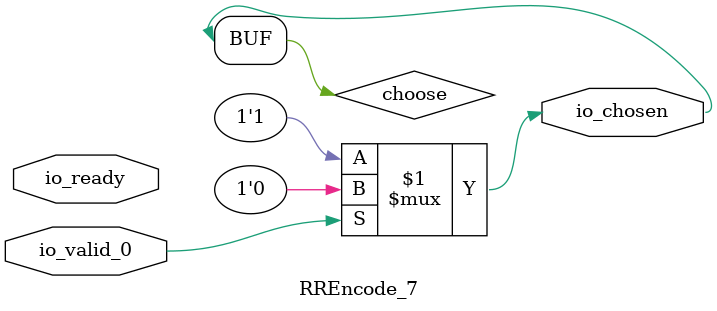
<source format=v>
module RREncode_7(
    input  io_valid_0,
    output io_chosen,
    input  io_ready);
  wire choose;
  assign io_chosen = choose;
  assign choose = io_valid_0 ? 1'h0 : 1'h1;
endmodule
</source>
